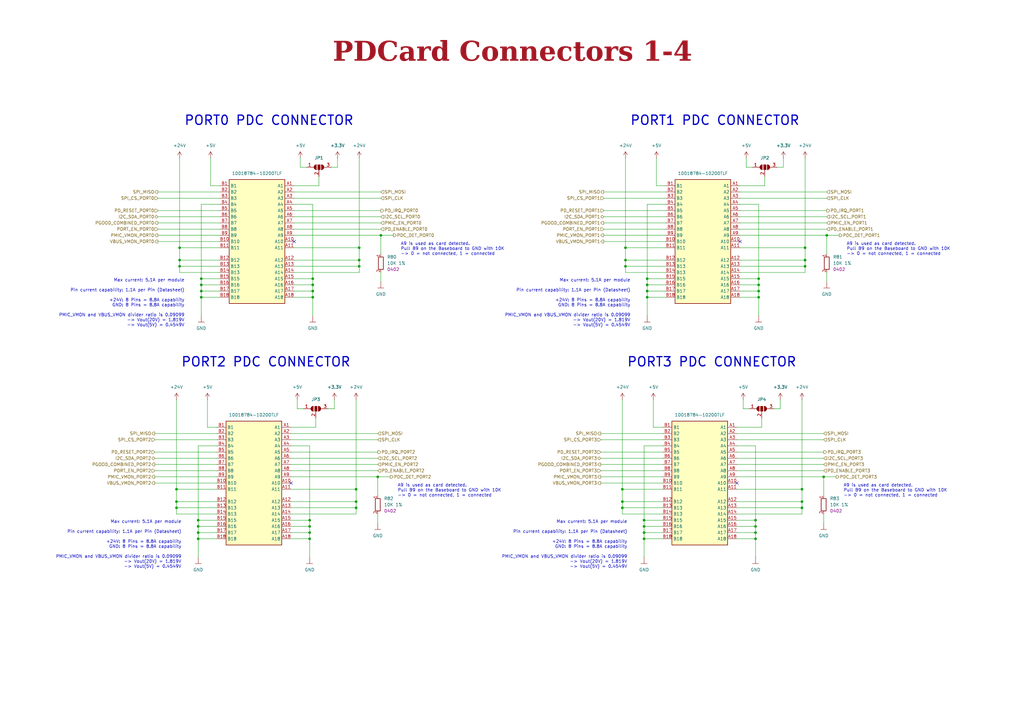
<source format=kicad_sch>
(kicad_sch (version 20250114) (generator "eeschema") (generator_version "9.0")
  (paper "A3")
  (title_block (title "PDCard Connectors 1-4") (date "2026-02-05") (rev "1.0.0") (company "DvidMakesThings"))
  (lib_symbols
    (symbol "DS_Connector:PCIe 1x Connector" (exclude_from_sim yes) (in_bom no)
      (property "Value" "10018784-10200TLF" (at -1.778 -9.144 0))
      (symbol "PCIe 1x Connector_0_1"
        (rectangle (start -3.81 43.18) (end 19.05 -7.62) (stroke (width 0.254)) (fill (type background)))
      )
      (symbol "PCIe 1x Connector_1_1"
        (pin passive line (at -7.62 40.64 0) (length 3.81) (name "B1") (number "B1"))
        (pin passive line (at -7.62 38.1 0) (length 3.81) (name "B2") (number "B2"))
        (pin passive line (at -7.62 35.56 0) (length 3.81) (name "B3") (number "B3"))
        (pin passive line (at -7.62 33.02 0) (length 3.81) (name "B4") (number "B4"))
        (pin passive line (at -7.62 30.48 0) (length 3.81) (name "B5") (number "B5"))
        (pin passive line (at -7.62 27.94 0) (length 3.81) (name "B6") (number "B6"))
        (pin passive line (at -7.62 25.4 0) (length 3.81) (name "B7") (number "B7"))
        (pin passive line (at -7.62 22.86 0) (length 3.81) (name "B8") (number "B8"))
        (pin passive line (at -7.62 20.32 0) (length 3.81) (name "B9") (number "B9"))
        (pin passive line (at -7.62 17.78 0) (length 3.81) (name "B10") (number "B10"))
        (pin passive line (at -7.62 15.24 0) (length 3.81) (name "B11") (number "B11"))
        (pin passive line (at -7.62 10.16 0) (length 3.81) (name "B12") (number "B12"))
        (pin passive line (at -7.62 7.62 0) (length 3.81) (name "B13") (number "B13"))
        (pin passive line (at -7.62 5.08 0) (length 3.81) (name "B13") (number "B14"))
        (pin passive line (at -7.62 2.54 0) (length 3.81) (name "B15") (number "B15"))
        (pin passive line (at -7.62 0 0) (length 3.81) (name "B16") (number "B16"))
        (pin passive line (at -7.62 -2.54 0) (length 3.81) (name "B17") (number "B17"))
        (pin passive line (at -7.62 -5.08 0) (length 3.81) (name "B18") (number "B18"))
        (pin passive line (at 22.86 40.64 180) (length 3.81) (name "A1") (number "A1"))
        (pin passive line (at 22.86 38.1 180) (length 3.81) (name "A2") (number "A2"))
        (pin passive line (at 22.86 35.56 180) (length 3.81) (name "A3") (number "A3"))
        (pin passive line (at 22.86 33.02 180) (length 3.81) (name "A4") (number "A4"))
        (pin passive line (at 22.86 30.48 180) (length 3.81) (name "A5") (number "A5"))
        (pin passive line (at 22.86 27.94 180) (length 3.81) (name "A6") (number "A6"))
        (pin passive line (at 22.86 25.4 180) (length 3.81) (name "A7") (number "A7"))
        (pin passive line (at 22.86 22.86 180) (length 3.81) (name "A8") (number "A8"))
        (pin passive line (at 22.86 20.32 180) (length 3.81) (name "A9") (number "A9"))
        (pin passive line (at 22.86 17.78 180) (length 3.81) (name "A10") (number "A10"))
        (pin passive line (at 22.86 15.24 180) (length 3.81) (name "A11") (number "A11"))
        (pin passive line (at 22.86 10.16 180) (length 3.81) (name "A12") (number "A12"))
        (pin passive line (at 22.86 7.62 180) (length 3.81) (name "A13") (number "A13"))
        (pin passive line (at 22.86 5.08 180) (length 3.81) (name "A14") (number "A14"))
        (pin passive line (at 22.86 2.54 180) (length 3.81) (name "A15") (number "A15"))
        (pin passive line (at 22.86 0 180) (length 3.81) (name "A16") (number "A16"))
        (pin passive line (at 22.86 -2.54 180) (length 3.81) (name "A17") (number "A17"))
        (pin passive line (at 22.86 -5.08 180) (length 3.81) (name "A18") (number "A18"))
      )
    )
    (symbol "DS_Resistor_0402:10K 1% 0402"
      (property "Reference" "R" (at 2.032 2.032 0))
      (property "Value" "10K 1%" (at 2.032 0 0))
      (property "FOOTPRINT_SHORT" "0402" (at 2.032 -2.032 0))
      (symbol "10K 1% 0402_0_1"
        (rectangle (start -1.016 2.54) (end 1.016 -2.54) (stroke (width 0.254)))
      )
      (symbol "10K 1% 0402_1_1"
        (pin passive line (at 0 3.81 270) (length 1.27) (name "~") (number "1"))
        (pin passive line (at 0 -3.81 90) (length 1.27) (name "~") (number "2"))
      )
    )
    (symbol "DS_Supply:GND" (power) (pin_numbers (hide yes)) (pin_names (offset 0) (hide yes))
      (property "Value" "GND" (at 0 -3.81 0))
      (symbol "GND_0_1"
        (polyline (pts (xy 0 0) (xy 0 -2.54) (xy 1.27 -2.54) (xy 0 -2.54) (xy -1.27 -2.54) (xy 0 -2.54)))
      )
      (symbol "GND_1_1"
        (pin power_in line (at 0 0 270) (length 0) (name "~") (number "1"))
      )
    )
    (symbol "Jumper:SolderJumper_3_Open" (pin_names (offset 0) (hide yes)) (in_bom no)
      (property "Reference" "JP" (at -2.54 -2.54 0))
      (property "Value" "SolderJumper_3_Open" (at 0 2.794 0))
      (symbol "SolderJumper_3_Open_0_1"
        (polyline (pts (xy -2.54 0) (xy -2.032 0)))
        (polyline (pts (xy -1.016 1.016) (xy -1.016 -1.016)))
        (arc (start -1.016 -1.016) (mid -2.0276 0) (end -1.016 1.016))
        (arc (start -1.016 -1.016) (mid -2.0276 0) (end -1.016 1.016) (fill (type outline)))
        (rectangle (start -0.508 1.016) (end 0.508 -1.016) (fill (type outline)))
        (polyline (pts (xy 0 -1.27) (xy 0 -1.016)))
        (arc (start 1.016 1.016) (mid 2.0276 0) (end 1.016 -1.016))
        (arc (start 1.016 1.016) (mid 2.0276 0) (end 1.016 -1.016) (fill (type outline)))
        (polyline (pts (xy 1.016 1.016) (xy 1.016 -1.016)))
        (polyline (pts (xy 2.54 0) (xy 2.032 0)))
      )
      (symbol "SolderJumper_3_Open_1_1"
        (pin passive line (at -5.08 0 0) (length 2.54) (name "A") (number "1"))
        (pin passive line (at 0 -3.81 90) (length 2.54) (name "C") (number "2"))
        (pin passive line (at 5.08 0 180) (length 2.54) (name "B") (number "3"))
      )
    )
    (symbol "power:+24V" (power) (pin_numbers (hide yes)) (pin_names (offset 0) (hide yes))
      (property "Value" "+24V" (at 0 3.556 0))
      (symbol "+24V_0_1"
        (polyline (pts (xy -0.762 1.27) (xy 0 2.54)))
        (polyline (pts (xy 0 2.54) (xy 0.762 1.27)))
        (polyline (pts (xy 0 0) (xy 0 2.54)))
      )
      (symbol "+24V_1_1"
        (pin power_in line (at 0 0 90) (length 0) (name "~") (number "1"))
      )
    )
    (symbol "power:+3.3V" (power) (pin_numbers (hide yes)) (pin_names (offset 0) (hide yes))
      (property "Value" "+3.3V" (at 0 3.556 0))
      (symbol "+3.3V_0_1"
        (polyline (pts (xy -0.762 1.27) (xy 0 2.54)))
        (polyline (pts (xy 0 2.54) (xy 0.762 1.27)))
        (polyline (pts (xy 0 0) (xy 0 2.54)))
      )
      (symbol "+3.3V_1_1"
        (pin power_in line (at 0 0 90) (length 0) (name "~") (number "1"))
      )
    )
    (symbol "power:+5V" (power) (pin_numbers (hide yes)) (pin_names (offset 0) (hide yes))
      (property "Value" "+5V" (at 0 3.556 0))
      (symbol "+5V_0_1"
        (polyline (pts (xy -0.762 1.27) (xy 0 2.54)))
        (polyline (pts (xy 0 2.54) (xy 0.762 1.27)))
        (polyline (pts (xy 0 0) (xy 0 2.54)))
      )
      (symbol "+5V_1_1"
        (pin power_in line (at 0 0 90) (length 0) (name "~") (number "1"))
      )
    )
  )
  (text "A9 is used as card detected.\nPull B9 on the Baseboard to GND with 10K\n-> 0 = not connected, 1 = connected" (at 163.068 201.168 0) (effects (font (size 1.27 1.27)) (justify left)))
  (text "Max current: 5.1A per module\n\nPin current capability: 1.1A per Pin (Datasheet)\n\n+24V: 8 Pins = 8.8A capability\nGND: 8 Pins = 8.8A capability\n\nPMIC_VMON and VBUS_VMON divider ratio is 0.09099\n-> Vout(20V) = 1.819V\n-> Vout(5V) = 0.4549V" (at 75.692 124.206 0) (effects (font (size 1.27 1.27)) (justify right)))
  (text "PORT1 PDC CONNECTOR" (at 258.318 49.53 0) (effects (font (size 3.81 3.81) (thickness 0.508) (bold yes)) (justify left)))
  (text "A9 is used as card detected.\nPull B9 on the Baseboard to GND with 10K\n-> 0 = not connected, 1 = connected" (at 345.948 201.168 0) (effects (font (size 1.27 1.27)) (justify left)))
  (text "PORT3 PDC CONNECTOR" (at 257.048 148.59 0) (effects (font (size 3.81 3.81) (thickness 0.508) (bold yes)) (justify left)))
  (text "Max current: 5.1A per module\n\nPin current capability: 1.1A per Pin (Datasheet)\n\n+24V: 8 Pins = 8.8A capability\nGND: 8 Pins = 8.8A capability\n\nPMIC_VMON and VBUS_VMON divider ratio is 0.09099\n-> Vout(20V) = 1.819V\n-> Vout(5V) = 0.4549V" (at 258.572 124.206 0) (effects (font (size 1.27 1.27)) (justify right)))
  (text "A9 is used as card detected.\nPull B9 on the Baseboard to GND with 10K\n-> 0 = not connected, 1 = connected" (at 347.218 102.108 0) (effects (font (size 1.27 1.27)) (justify left)))
  (text "PORT0 PDC CONNECTOR" (at 75.438 49.53 0) (effects (font (size 3.81 3.81) (thickness 0.508) (bold yes)) (justify left)))
  (text "A9 is used as card detected.\nPull B9 on the Baseboard to GND with 10K\n-> 0 = not connected, 1 = connected" (at 164.338 102.108 0) (effects (font (size 1.27 1.27)) (justify left)))
  (text "PORT2 PDC CONNECTOR" (at 74.168 148.59 0) (effects (font (size 3.81 3.81) (thickness 0.508) (bold yes)) (justify left)))
  (text "Max current: 5.1A per module\n\nPin current capability: 1.1A per Pin (Datasheet)\n\n+24V: 8 Pins = 8.8A capability\nGND: 8 Pins = 8.8A capability\n\nPMIC_VMON and VBUS_VMON divider ratio is 0.09099\n-> Vout(20V) = 1.819V\n-> Vout(5V) = 0.4549V" (at 257.302 223.266 0) (effects (font (size 1.27 1.27)) (justify right)))
  (text "Max current: 5.1A per module\n\nPin current capability: 1.1A per Pin (Datasheet)\n\n+24V: 8 Pins = 8.8A capability\nGND: 8 Pins = 8.8A capability\n\nPMIC_VMON and VBUS_VMON divider ratio is 0.09099\n-> Vout(20V) = 1.819V\n-> Vout(5V) = 0.4549V" (at 74.422 223.266 0) (effects (font (size 1.27 1.27)) (justify right)))
  (text_box "PDCard Connectors 1-4" (at 12.7 15.24 0) (size 394.97 12.7) (margins 5.9999 5.9999 5.9999 5.9999) (stroke (width -0.0001)) (effects (font (size 8 8) (thickness 1.2) (bold yes))))
  (junction (at 328.93 208.28))
  (junction (at 311.15 121.92))
  (junction (at 82.55 116.84))
  (junction (at 73.66 101.6))
  (junction (at 255.27 208.28))
  (junction (at 154.94 195.58))
  (junction (at 309.88 218.44))
  (junction (at 265.43 121.92))
  (junction (at 256.54 109.22))
  (junction (at 256.54 106.68))
  (junction (at 264.16 220.98))
  (junction (at 311.15 119.38))
  (junction (at 311.15 114.3))
  (junction (at 256.54 101.6))
  (junction (at 147.32 106.68))
  (junction (at 72.39 205.74))
  (junction (at 127 218.44))
  (junction (at 309.88 215.9))
  (junction (at 146.05 205.74))
  (junction (at 81.28 218.44))
  (junction (at 147.32 109.22))
  (junction (at 82.55 114.3))
  (junction (at 311.15 116.84))
  (junction (at 330.2 101.6))
  (junction (at 264.16 218.44))
  (junction (at 72.39 208.28))
  (junction (at 82.55 121.92))
  (junction (at 147.32 101.6))
  (junction (at 265.43 119.38))
  (junction (at 82.55 119.38))
  (junction (at 339.09 96.52))
  (junction (at 309.88 213.36))
  (junction (at 255.27 205.74))
  (junction (at 146.05 200.66))
  (junction (at 146.05 208.28))
  (junction (at 328.93 205.74))
  (junction (at 81.28 220.98))
  (junction (at 73.66 106.68))
  (junction (at 128.27 121.92))
  (junction (at 255.27 200.66))
  (junction (at 128.27 119.38))
  (junction (at 330.2 109.22))
  (junction (at 127 215.9))
  (junction (at 337.82 195.58))
  (junction (at 265.43 116.84))
  (junction (at 73.66 109.22))
  (junction (at 328.93 200.66))
  (junction (at 128.27 116.84))
  (junction (at 330.2 106.68))
  (junction (at 264.16 213.36))
  (junction (at 72.39 200.66))
  (junction (at 264.16 215.9))
  (junction (at 309.88 220.98))
  (junction (at 128.27 114.3))
  (junction (at 127 213.36))
  (junction (at 265.43 114.3))
  (junction (at 81.28 215.9))
  (junction (at 156.21 96.52))
  (junction (at 81.28 213.36))
  (junction (at 127 220.98))
  (no_connect (at 302.26 198.12))
  (no_connect (at 119.38 198.12))
  (no_connect (at 303.53 99.06))
  (no_connect (at 120.65 99.06))
  (wire (pts (xy 328.93 208.28) (xy 328.93 210.82)))
  (wire (pts (xy 246.38 198.12) (xy 271.78 198.12)))
  (wire (pts (xy 154.94 214.63) (xy 154.94 210.82)))
  (wire (pts (xy 64.77 88.9) (xy 90.17 88.9)))
  (wire (pts (xy 247.65 81.28) (xy 273.05 81.28)))
  (wire (pts (xy 81.28 213.36) (xy 81.28 215.9)))
  (wire (pts (xy 121.92 167.64) (xy 124.46 167.64)))
  (wire (pts (xy 303.53 88.9) (xy 339.09 88.9)))
  (wire (pts (xy 246.38 180.34) (xy 271.78 180.34)))
  (wire (pts (xy 156.21 115.57) (xy 156.21 111.76)))
  (wire (pts (xy 119.38 220.98) (xy 127 220.98)))
  (wire (pts (xy 337.82 214.63) (xy 337.82 210.82)))
  (wire (pts (xy 264.16 215.9) (xy 271.78 215.9)))
  (wire (pts (xy 309.88 182.88) (xy 309.88 213.36)))
  (wire (pts (xy 302.26 190.5) (xy 337.82 190.5)))
  (wire (pts (xy 302.26 210.82) (xy 328.93 210.82)))
  (wire (pts (xy 311.15 121.92) (xy 311.15 129.54)))
  (wire (pts (xy 137.16 163.83) (xy 137.16 167.64)))
  (wire (pts (xy 265.43 83.82) (xy 265.43 114.3)))
  (wire (pts (xy 90.17 111.76) (xy 73.66 111.76)))
  (wire (pts (xy 247.65 99.06) (xy 273.05 99.06)))
  (wire (pts (xy 82.55 114.3) (xy 82.55 116.84)))
  (wire (pts (xy 265.43 119.38) (xy 273.05 119.38)))
  (wire (pts (xy 119.38 218.44) (xy 127 218.44)))
  (wire (pts (xy 147.32 106.68) (xy 147.32 109.22)))
  (wire (pts (xy 81.28 218.44) (xy 81.28 220.98)))
  (wire (pts (xy 120.65 81.28) (xy 156.21 81.28)))
  (wire (pts (xy 63.5 195.58) (xy 88.9 195.58)))
  (wire (pts (xy 81.28 220.98) (xy 88.9 220.98)))
  (wire (pts (xy 309.88 215.9) (xy 309.88 218.44)))
  (wire (pts (xy 267.97 163.83) (xy 267.97 175.26)))
  (wire (pts (xy 120.65 116.84) (xy 128.27 116.84)))
  (wire (pts (xy 81.28 215.9) (xy 81.28 218.44)))
  (wire (pts (xy 147.32 106.68) (xy 147.32 101.6)))
  (wire (pts (xy 273.05 114.3) (xy 265.43 114.3)))
  (wire (pts (xy 247.65 86.36) (xy 273.05 86.36)))
  (wire (pts (xy 72.39 210.82) (xy 72.39 208.28)))
  (wire (pts (xy 120.65 121.92) (xy 128.27 121.92)))
  (wire (pts (xy 63.5 185.42) (xy 88.9 185.42)))
  (wire (pts (xy 138.43 64.77) (xy 138.43 68.58)))
  (wire (pts (xy 88.9 210.82) (xy 72.39 210.82)))
  (wire (pts (xy 271.78 208.28) (xy 255.27 208.28)))
  (wire (pts (xy 273.05 109.22) (xy 256.54 109.22)))
  (wire (pts (xy 264.16 182.88) (xy 264.16 213.36)))
  (wire (pts (xy 82.55 116.84) (xy 82.55 119.38)))
  (wire (pts (xy 330.2 101.6) (xy 330.2 64.77)))
  (wire (pts (xy 88.9 205.74) (xy 72.39 205.74)))
  (wire (pts (xy 302.26 215.9) (xy 309.88 215.9)))
  (wire (pts (xy 302.26 200.66) (xy 328.93 200.66)))
  (wire (pts (xy 273.05 83.82) (xy 265.43 83.82)))
  (wire (pts (xy 303.53 91.44) (xy 339.09 91.44)))
  (wire (pts (xy 320.04 163.83) (xy 320.04 167.64)))
  (wire (pts (xy 120.65 76.2) (xy 130.81 76.2)))
  (wire (pts (xy 120.65 109.22) (xy 147.32 109.22)))
  (wire (pts (xy 311.15 116.84) (xy 311.15 119.38)))
  (wire (pts (xy 73.66 101.6) (xy 73.66 106.68)))
  (wire (pts (xy 303.53 93.98) (xy 339.09 93.98)))
  (wire (pts (xy 247.65 88.9) (xy 273.05 88.9)))
  (wire (pts (xy 309.88 220.98) (xy 309.88 228.6)))
  (wire (pts (xy 128.27 114.3) (xy 128.27 116.84)))
  (wire (pts (xy 127 182.88) (xy 127 213.36)))
  (wire (pts (xy 134.62 167.64) (xy 137.16 167.64)))
  (wire (pts (xy 64.77 91.44) (xy 90.17 91.44)))
  (wire (pts (xy 264.16 220.98) (xy 264.16 228.6)))
  (wire (pts (xy 120.65 111.76) (xy 147.32 111.76)))
  (wire (pts (xy 90.17 106.68) (xy 73.66 106.68)))
  (wire (pts (xy 302.26 220.98) (xy 309.88 220.98)))
  (wire (pts (xy 303.53 96.52) (xy 339.09 96.52)))
  (wire (pts (xy 154.94 195.58) (xy 154.94 203.2)))
  (wire (pts (xy 119.38 195.58) (xy 154.94 195.58)))
  (wire (pts (xy 330.2 109.22) (xy 330.2 111.76)))
  (wire (pts (xy 255.27 210.82) (xy 255.27 208.28)))
  (wire (pts (xy 90.17 109.22) (xy 73.66 109.22)))
  (wire (pts (xy 303.53 106.68) (xy 330.2 106.68)))
  (wire (pts (xy 123.19 64.77) (xy 123.19 68.58)))
  (wire (pts (xy 302.26 177.8) (xy 337.82 177.8)))
  (wire (pts (xy 302.26 218.44) (xy 309.88 218.44)))
  (wire (pts (xy 86.36 64.77) (xy 86.36 76.2)))
  (wire (pts (xy 120.65 86.36) (xy 156.21 86.36)))
  (wire (pts (xy 265.43 121.92) (xy 273.05 121.92)))
  (wire (pts (xy 120.65 93.98) (xy 156.21 93.98)))
  (wire (pts (xy 119.38 177.8) (xy 154.94 177.8)))
  (wire (pts (xy 264.16 218.44) (xy 271.78 218.44)))
  (wire (pts (xy 119.38 175.26) (xy 129.54 175.26)))
  (wire (pts (xy 328.93 205.74) (xy 328.93 200.66)))
  (wire (pts (xy 246.38 193.04) (xy 271.78 193.04)))
  (wire (pts (xy 247.65 91.44) (xy 273.05 91.44)))
  (wire (pts (xy 265.43 114.3) (xy 265.43 116.84)))
  (wire (pts (xy 271.78 205.74) (xy 255.27 205.74)))
  (wire (pts (xy 120.65 106.68) (xy 147.32 106.68)))
  (wire (pts (xy 302.26 180.34) (xy 337.82 180.34)))
  (wire (pts (xy 302.26 185.42) (xy 337.82 185.42)))
  (wire (pts (xy 72.39 200.66) (xy 88.9 200.66)))
  (wire (pts (xy 269.24 64.77) (xy 269.24 76.2)))
  (wire (pts (xy 302.26 187.96) (xy 337.82 187.96)))
  (wire (pts (xy 147.32 109.22) (xy 147.32 111.76)))
  (wire (pts (xy 120.65 101.6) (xy 147.32 101.6)))
  (wire (pts (xy 63.5 180.34) (xy 88.9 180.34)))
  (wire (pts (xy 302.26 205.74) (xy 328.93 205.74)))
  (wire (pts (xy 120.65 114.3) (xy 128.27 114.3)))
  (wire (pts (xy 63.5 193.04) (xy 88.9 193.04)))
  (wire (pts (xy 119.38 182.88) (xy 127 182.88)))
  (wire (pts (xy 303.53 111.76) (xy 330.2 111.76)))
  (wire (pts (xy 256.54 64.77) (xy 256.54 101.6)))
  (wire (pts (xy 264.16 220.98) (xy 271.78 220.98)))
  (wire (pts (xy 88.9 208.28) (xy 72.39 208.28)))
  (wire (pts (xy 128.27 121.92) (xy 128.27 129.54)))
  (wire (pts (xy 156.21 96.52) (xy 161.29 96.52)))
  (wire (pts (xy 81.28 215.9) (xy 88.9 215.9)))
  (wire (pts (xy 127 213.36) (xy 127 215.9)))
  (wire (pts (xy 246.38 177.8) (xy 271.78 177.8)))
  (wire (pts (xy 120.65 83.82) (xy 128.27 83.82)))
  (wire (pts (xy 128.27 83.82) (xy 128.27 114.3)))
  (wire (pts (xy 246.38 195.58) (xy 271.78 195.58)))
  (wire (pts (xy 328.93 205.74) (xy 328.93 208.28)))
  (wire (pts (xy 119.38 208.28) (xy 146.05 208.28)))
  (wire (pts (xy 304.8 167.64) (xy 307.34 167.64)))
  (wire (pts (xy 119.38 200.66) (xy 146.05 200.66)))
  (wire (pts (xy 85.09 163.83) (xy 85.09 175.26)))
  (wire (pts (xy 247.65 78.74) (xy 273.05 78.74)))
  (wire (pts (xy 311.15 119.38) (xy 311.15 121.92)))
  (wire (pts (xy 339.09 115.57) (xy 339.09 111.76)))
  (wire (pts (xy 303.53 86.36) (xy 339.09 86.36)))
  (wire (pts (xy 123.19 68.58) (xy 125.73 68.58)))
  (wire (pts (xy 128.27 119.38) (xy 128.27 121.92)))
  (wire (pts (xy 73.66 109.22) (xy 73.66 106.68)))
  (wire (pts (xy 246.38 190.5) (xy 271.78 190.5)))
  (wire (pts (xy 265.43 119.38) (xy 265.43 121.92)))
  (wire (pts (xy 90.17 83.82) (xy 82.55 83.82)))
  (wire (pts (xy 302.26 193.04) (xy 337.82 193.04)))
  (wire (pts (xy 312.42 175.26) (xy 312.42 171.45)))
  (wire (pts (xy 121.92 163.83) (xy 121.92 167.64)))
  (wire (pts (xy 82.55 83.82) (xy 82.55 114.3)))
  (wire (pts (xy 303.53 114.3) (xy 311.15 114.3)))
  (wire (pts (xy 271.78 213.36) (xy 264.16 213.36)))
  (wire (pts (xy 129.54 175.26) (xy 129.54 171.45)))
  (wire (pts (xy 302.26 213.36) (xy 309.88 213.36)))
  (wire (pts (xy 255.27 200.66) (xy 271.78 200.66)))
  (wire (pts (xy 321.31 64.77) (xy 321.31 68.58)))
  (wire (pts (xy 135.89 68.58) (xy 138.43 68.58)))
  (wire (pts (xy 90.17 76.2) (xy 86.36 76.2)))
  (wire (pts (xy 88.9 175.26) (xy 85.09 175.26)))
  (wire (pts (xy 309.88 218.44) (xy 309.88 220.98)))
  (wire (pts (xy 72.39 163.83) (xy 72.39 200.66)))
  (wire (pts (xy 127 215.9) (xy 127 218.44)))
  (wire (pts (xy 304.8 163.83) (xy 304.8 167.64)))
  (wire (pts (xy 265.43 121.92) (xy 265.43 129.54)))
  (wire (pts (xy 63.5 177.8) (xy 88.9 177.8)))
  (wire (pts (xy 246.38 185.42) (xy 271.78 185.42)))
  (wire (pts (xy 303.53 81.28) (xy 339.09 81.28)))
  (wire (pts (xy 90.17 114.3) (xy 82.55 114.3)))
  (wire (pts (xy 264.16 213.36) (xy 264.16 215.9)))
  (wire (pts (xy 303.53 76.2) (xy 313.69 76.2)))
  (wire (pts (xy 120.65 91.44) (xy 156.21 91.44)))
  (wire (pts (xy 64.77 99.06) (xy 90.17 99.06)))
  (wire (pts (xy 317.5 167.64) (xy 320.04 167.64)))
  (wire (pts (xy 127 220.98) (xy 127 228.6)))
  (wire (pts (xy 63.5 187.96) (xy 88.9 187.96)))
  (wire (pts (xy 72.39 208.28) (xy 72.39 205.74)))
  (wire (pts (xy 306.07 68.58) (xy 308.61 68.58)))
  (wire (pts (xy 246.38 187.96) (xy 271.78 187.96)))
  (wire (pts (xy 82.55 119.38) (xy 90.17 119.38)))
  (wire (pts (xy 255.27 163.83) (xy 255.27 200.66)))
  (wire (pts (xy 302.26 195.58) (xy 337.82 195.58)))
  (wire (pts (xy 64.77 93.98) (xy 90.17 93.98)))
  (wire (pts (xy 256.54 101.6) (xy 256.54 106.68)))
  (wire (pts (xy 154.94 195.58) (xy 160.02 195.58)))
  (wire (pts (xy 64.77 86.36) (xy 90.17 86.36)))
  (wire (pts (xy 120.65 96.52) (xy 156.21 96.52)))
  (wire (pts (xy 119.38 205.74) (xy 146.05 205.74)))
  (wire (pts (xy 81.28 218.44) (xy 88.9 218.44)))
  (wire (pts (xy 306.07 64.77) (xy 306.07 68.58)))
  (wire (pts (xy 63.5 198.12) (xy 88.9 198.12)))
  (wire (pts (xy 156.21 96.52) (xy 156.21 104.14)))
  (wire (pts (xy 339.09 96.52) (xy 339.09 104.14)))
  (wire (pts (xy 264.16 218.44) (xy 264.16 220.98)))
  (wire (pts (xy 313.69 76.2) (xy 313.69 72.39)))
  (wire (pts (xy 119.38 187.96) (xy 154.94 187.96)))
  (wire (pts (xy 119.38 190.5) (xy 154.94 190.5)))
  (wire (pts (xy 303.53 119.38) (xy 311.15 119.38)))
  (wire (pts (xy 339.09 96.52) (xy 344.17 96.52)))
  (wire (pts (xy 302.26 182.88) (xy 309.88 182.88)))
  (wire (pts (xy 328.93 200.66) (xy 328.93 163.83)))
  (wire (pts (xy 73.66 101.6) (xy 90.17 101.6)))
  (wire (pts (xy 302.26 175.26) (xy 312.42 175.26)))
  (wire (pts (xy 146.05 205.74) (xy 146.05 208.28)))
  (wire (pts (xy 303.53 116.84) (xy 311.15 116.84)))
  (wire (pts (xy 303.53 121.92) (xy 311.15 121.92)))
  (wire (pts (xy 303.53 78.74) (xy 339.09 78.74)))
  (wire (pts (xy 88.9 213.36) (xy 81.28 213.36)))
  (wire (pts (xy 146.05 205.74) (xy 146.05 200.66)))
  (wire (pts (xy 337.82 195.58) (xy 337.82 203.2)))
  (wire (pts (xy 119.38 193.04) (xy 154.94 193.04)))
  (wire (pts (xy 72.39 200.66) (xy 72.39 205.74)))
  (wire (pts (xy 330.2 106.68) (xy 330.2 109.22)))
  (wire (pts (xy 119.38 215.9) (xy 127 215.9)))
  (wire (pts (xy 73.66 64.77) (xy 73.66 101.6)))
  (wire (pts (xy 63.5 190.5) (xy 88.9 190.5)))
  (wire (pts (xy 146.05 200.66) (xy 146.05 163.83)))
  (wire (pts (xy 255.27 200.66) (xy 255.27 205.74)))
  (wire (pts (xy 256.54 109.22) (xy 256.54 106.68)))
  (wire (pts (xy 119.38 180.34) (xy 154.94 180.34)))
  (wire (pts (xy 265.43 116.84) (xy 265.43 119.38)))
  (wire (pts (xy 88.9 182.88) (xy 81.28 182.88)))
  (wire (pts (xy 64.77 78.74) (xy 90.17 78.74)))
  (wire (pts (xy 303.53 83.82) (xy 311.15 83.82)))
  (wire (pts (xy 82.55 119.38) (xy 82.55 121.92)))
  (wire (pts (xy 318.77 68.58) (xy 321.31 68.58)))
  (wire (pts (xy 256.54 101.6) (xy 273.05 101.6)))
  (wire (pts (xy 273.05 111.76) (xy 256.54 111.76)))
  (wire (pts (xy 119.38 210.82) (xy 146.05 210.82)))
  (wire (pts (xy 309.88 213.36) (xy 309.88 215.9)))
  (wire (pts (xy 119.38 213.36) (xy 127 213.36)))
  (wire (pts (xy 127 218.44) (xy 127 220.98)))
  (wire (pts (xy 247.65 96.52) (xy 273.05 96.52)))
  (wire (pts (xy 128.27 116.84) (xy 128.27 119.38)))
  (wire (pts (xy 64.77 96.52) (xy 90.17 96.52)))
  (wire (pts (xy 311.15 114.3) (xy 311.15 116.84)))
  (wire (pts (xy 255.27 208.28) (xy 255.27 205.74)))
  (wire (pts (xy 265.43 116.84) (xy 273.05 116.84)))
  (wire (pts (xy 81.28 220.98) (xy 81.28 228.6)))
  (wire (pts (xy 64.77 81.28) (xy 90.17 81.28)))
  (wire (pts (xy 302.26 208.28) (xy 328.93 208.28)))
  (wire (pts (xy 264.16 215.9) (xy 264.16 218.44)))
  (wire (pts (xy 82.55 116.84) (xy 90.17 116.84)))
  (wire (pts (xy 311.15 83.82) (xy 311.15 114.3)))
  (wire (pts (xy 130.81 76.2) (xy 130.81 72.39)))
  (wire (pts (xy 271.78 182.88) (xy 264.16 182.88)))
  (wire (pts (xy 273.05 76.2) (xy 269.24 76.2)))
  (wire (pts (xy 146.05 208.28) (xy 146.05 210.82)))
  (wire (pts (xy 303.53 109.22) (xy 330.2 109.22)))
  (wire (pts (xy 120.65 78.74) (xy 156.21 78.74)))
  (wire (pts (xy 271.78 210.82) (xy 255.27 210.82)))
  (wire (pts (xy 247.65 93.98) (xy 273.05 93.98)))
  (wire (pts (xy 120.65 119.38) (xy 128.27 119.38)))
  (wire (pts (xy 81.28 182.88) (xy 81.28 213.36)))
  (wire (pts (xy 303.53 101.6) (xy 330.2 101.6)))
  (wire (pts (xy 273.05 106.68) (xy 256.54 106.68)))
  (wire (pts (xy 147.32 101.6) (xy 147.32 64.77)))
  (wire (pts (xy 120.65 88.9) (xy 156.21 88.9)))
  (wire (pts (xy 337.82 195.58) (xy 342.9 195.58)))
  (wire (pts (xy 256.54 111.76) (xy 256.54 109.22)))
  (wire (pts (xy 82.55 121.92) (xy 82.55 129.54)))
  (wire (pts (xy 82.55 121.92) (xy 90.17 121.92)))
  (wire (pts (xy 330.2 106.68) (xy 330.2 101.6)))
  (wire (pts (xy 119.38 185.42) (xy 154.94 185.42)))
  (wire (pts (xy 73.66 111.76) (xy 73.66 109.22)))
  (wire (pts (xy 271.78 175.26) (xy 267.97 175.26)))
  (hierarchical_label "SPI_MOSI" (shape input) (at 154.94 177.8 0))
  (hierarchical_label "PD_IRQ_PORT0" (shape output) (at 156.21 86.36 0))
  (hierarchical_label "SPI_MISO" (shape output) (at 64.77 78.74 180))
  (hierarchical_label "PD_RESET_PORT1" (shape input) (at 247.65 86.36 180))
  (hierarchical_label "PD_IRQ_PORT3" (shape output) (at 337.82 185.42 0))
  (hierarchical_label "I2C_SCL_PORT3" (shape input) (at 337.82 187.96 0))
  (hierarchical_label "SPI_CS_PORT1" (shape input) (at 247.65 81.28 180))
  (hierarchical_label "SPI_CS_PORT2" (shape input) (at 63.5 180.34 180))
  (hierarchical_label "SPI_MISO" (shape output) (at 246.38 177.8 180))
  (hierarchical_label "PD_ENABLE_PORT0" (shape input) (at 156.21 93.98 0))
  (hierarchical_label "PMIC_VMON_PORT3" (shape output) (at 246.38 195.58 180))
  (hierarchical_label "PGOOD_COMBINED_PORT0" (shape output) (at 64.77 91.44 180))
  (hierarchical_label "SPI_CS_PORT0" (shape input) (at 64.77 81.28 180))
  (hierarchical_label "PMIC_EN_PORT3" (shape input) (at 337.82 190.5 0))
  (hierarchical_label "PORT_EN_PORT3" (shape input) (at 246.38 193.04 180))
  (hierarchical_label "PD_IRQ_PORT1" (shape output) (at 339.09 86.36 0))
  (hierarchical_label "PDC_DET_PORT2" (shape output) (at 160.02 195.58 0))
  (hierarchical_label "PDC_DET_PORT3" (shape output) (at 342.9 195.58 0))
  (hierarchical_label "PD_RESET_PORT0" (shape input) (at 64.77 86.36 180))
  (hierarchical_label "VBUS_VMON_PORT2" (shape output) (at 63.5 198.12 180))
  (hierarchical_label "I2C_SDA_PORT2" (shape bidirectional) (at 63.5 187.96 180))
  (hierarchical_label "VBUS_VMON_PORT3" (shape output) (at 246.38 198.12 180))
  (hierarchical_label "PD_IRQ_PORT2" (shape output) (at 154.94 185.42 0))
  (hierarchical_label "SPI_MISO" (shape output) (at 247.65 78.74 180))
  (hierarchical_label "I2C_SCL_PORT1" (shape input) (at 339.09 88.9 0))
  (hierarchical_label "PMIC_VMON_PORT2" (shape output) (at 63.5 195.58 180))
  (hierarchical_label "SPI_CLK" (shape input) (at 154.94 180.34 0))
  (hierarchical_label "PORT_EN_PORT1" (shape input) (at 247.65 93.98 180))
  (hierarchical_label "SPI_CLK" (shape input) (at 339.09 81.28 0))
  (hierarchical_label "SPI_CLK" (shape input) (at 156.21 81.28 0))
  (hierarchical_label "PORT_EN_PORT2" (shape input) (at 63.5 193.04 180))
  (hierarchical_label "PORT_EN_PORT0" (shape input) (at 64.77 93.98 180))
  (hierarchical_label "PMIC_VMON_PORT1" (shape output) (at 247.65 96.52 180))
  (hierarchical_label "I2C_SCL_PORT2" (shape input) (at 154.94 187.96 0))
  (hierarchical_label "PD_RESET_PORT2" (shape input) (at 63.5 185.42 180))
  (hierarchical_label "I2C_SDA_PORT1" (shape bidirectional) (at 247.65 88.9 180))
  (hierarchical_label "SPI_MISO" (shape output) (at 63.5 177.8 180))
  (hierarchical_label "PMIC_VMON_PORT0" (shape output) (at 64.77 96.52 180))
  (hierarchical_label "SPI_CS_PORT3" (shape input) (at 246.38 180.34 180))
  (hierarchical_label "PMIC_EN_PORT2" (shape input) (at 154.94 190.5 0))
  (hierarchical_label "PGOOD_COMBINED_PORT2" (shape output) (at 63.5 190.5 180))
  (hierarchical_label "PD_RESET_PORT3" (shape input) (at 246.38 185.42 180))
  (hierarchical_label "I2C_SCL_PORT0" (shape input) (at 156.21 88.9 0))
  (hierarchical_label "I2C_SDA_PORT0" (shape bidirectional) (at 64.77 88.9 180))
  (hierarchical_label "PGOOD_COMBINED_PORT1" (shape output) (at 247.65 91.44 180))
  (hierarchical_label "PD_ENABLE_PORT2" (shape input) (at 154.94 193.04 0))
  (hierarchical_label "PMIC_EN_PORT0" (shape input) (at 156.21 91.44 0))
  (hierarchical_label "PD_ENABLE_PORT3" (shape input) (at 337.82 193.04 0))
  (hierarchical_label "PGOOD_COMBINED_PORT3" (shape output) (at 246.38 190.5 180))
  (hierarchical_label "VBUS_VMON_PORT1" (shape output) (at 247.65 99.06 180))
  (hierarchical_label "VBUS_VMON_PORT0" (shape output) (at 64.77 99.06 180))
  (hierarchical_label "PDC_DET_PORT1" (shape output) (at 344.17 96.52 0))
  (hierarchical_label "PDC_DET_PORT0" (shape output) (at 161.29 96.52 0))
  (hierarchical_label "PMIC_EN_PORT1" (shape input) (at 339.09 91.44 0))
  (hierarchical_label "SPI_MOSI" (shape input) (at 337.82 177.8 0))
  (hierarchical_label "SPI_MOSI" (shape input) (at 156.21 78.74 0))
  (hierarchical_label "SPI_MOSI" (shape input) (at 339.09 78.74 0))
  (hierarchical_label "I2C_SDA_PORT3" (shape bidirectional) (at 246.38 187.96 180))
  (hierarchical_label "PD_ENABLE_PORT1" (shape input) (at 339.09 93.98 0))
  (hierarchical_label "SPI_CLK" (shape input) (at 337.82 180.34 0))
  (symbol (lib_id "power:+5V") (at 86.36 64.77 0) (unit 1)
    (property "Reference" "#PWR0136" (effects (hide yes)))
    (property "Value" "+5V" (at 86.36 59.69 0))
    (property "Description" "Power symbol creates a global label with name \"+5V\"" (effects (hide yes)))
  )
  (symbol (lib_id "power:+3.3V") (at 321.31 64.77 0) (unit 1)
    (property "Reference" "#PWR0143" (effects (hide yes)))
    (property "Value" "+3.3V" (at 321.31 59.69 0))
    (property "Description" "Power symbol creates a global label with name \"+3.3V\"" (effects (hide yes)))
  )
  (symbol (lib_id "DS_Resistor_0402:10K 1% 0402") (at 339.09 107.95 0) (unit 1)
    (property "Reference" "R81" (at 341.63 105.4099 0) (effects (justify left)))
    (property "Value" "10K 1%" (at 341.63 107.9499 0) (effects (justify left)))
    (property "Footprint" "Resistor_SMD:R_0402_1005Metric" (effects (hide yes)))
    (property "Description" "62.5mW Thick Film Resistors 50V ±100ppm/℃ ±1% 10kΩ 0402 Chip Resistor - Surface Mount ROHS" (effects (hide yes)))
    (property "LCSC_PART" "C25744" (effects (hide yes)))
    (property "ROHS" "YES" (effects (hide yes)))
    (property "FOOTPRINT_SHORT" "0402" (at 341.63 110.4899 0) (effects (justify left)))
    (property "MFR" "ROHM" (effects (hide yes)))
  )
  (symbol (lib_id "power:+24V") (at 255.27 163.83 0) (unit 1)
    (property "Reference" "#PWR0156" (effects (hide yes)))
    (property "Value" "+24V" (at 255.27 158.75 0))
    (property "Description" "Power symbol creates a global label with name \"+24V\"" (effects (hide yes)))
  )
  (symbol (lib_id "DS_Supply:GND") (at 339.09 115.57 0) (unit 1)
    (property "Reference" "#PWR0146" (effects (hide yes)))
    (property "Value" "GND" (at 339.09 120.65 0))
    (property "Description" "Power symbol creates a global label with name \"GND\" , ground" (effects (hide yes)))
  )
  (symbol (lib_id "DS_Supply:GND") (at 154.94 214.63 0) (unit 1)
    (property "Reference" "#PWR0161" (effects (hide yes)))
    (property "Value" "GND" (at 154.94 219.71 0))
    (property "Description" "Power symbol creates a global label with name \"GND\" , ground" (effects (hide yes)))
  )
  (symbol (lib_id "DS_Resistor_0402:10K 1% 0402") (at 156.21 107.95 0) (unit 1)
    (property "Reference" "R80" (at 158.75 105.4099 0) (effects (justify left)))
    (property "Value" "10K 1%" (at 158.75 107.9499 0) (effects (justify left)))
    (property "Footprint" "Resistor_SMD:R_0402_1005Metric" (effects (hide yes)))
    (property "Description" "62.5mW Thick Film Resistors 50V ±100ppm/℃ ±1% 10kΩ 0402 Chip Resistor - Surface Mount ROHS" (effects (hide yes)))
    (property "LCSC_PART" "C25744" (effects (hide yes)))
    (property "ROHS" "YES" (effects (hide yes)))
    (property "FOOTPRINT_SHORT" "0402" (at 158.75 110.4899 0) (effects (justify left)))
    (property "MFR" "ROHM" (effects (hide yes)))
  )
  (symbol (lib_id "power:+24V") (at 256.54 64.77 0) (unit 1)
    (property "Reference" "#PWR0140" (effects (hide yes)))
    (property "Value" "+24V" (at 256.54 59.69 0))
    (property "Description" "Power symbol creates a global label with name \"+24V\"" (effects (hide yes)))
  )
  (symbol (lib_id "DS_Supply:GND") (at 309.88 228.6 0) (unit 1)
    (property "Reference" "#PWR0166" (effects (hide yes)))
    (property "Value" "GND" (at 309.88 233.68 0))
    (property "Description" "Power symbol creates a global label with name \"GND\" , ground" (effects (hide yes)))
  )
  (symbol (lib_id "DS_Connector:PCIe 1x Connector") (at 96.52 215.9 0) (unit 1) (exclude_from_sim yes) (in_bom no)
    (property "Reference" "J6" (effects (hide yes)))
    (property "Value" "10018784-10200TLF" (at 104.14 170.18 0))
    (property "Footprint" "DS_Connector:AMPHENOL_10018784-10210TLF" (effects (hide yes)))
    (property "Datasheet" "https://www.waldom.com/upload/parts/datasheets/mf-fci/fci-10018784-10200tlf.pdf" (effects (hide yes)))
    (property "Description" "36 Position Female Connector PCI Express Gold 0.039\" (1.00mm) Black" (effects (hide yes)))
    (property "LCSC_PART" "C5437695" (effects (hide yes)))
    (property "MPN" "10018784-10200TLF " (effects (hide yes)))
    (property "MFR" "Amphenol ICC (FCI)" (effects (hide yes)))
    (property "ROHS" "YES" (effects (hide yes)))
    (property "DIST1" "https://www.digikey.de/en/products/detail/amphenol-cs-fci/10018784-10200TLF/1002340" (effects (hide yes)))
  )
  (symbol (lib_id "power:+5V") (at 85.09 163.83 0) (unit 1)
    (property "Reference" "#PWR0152" (effects (hide yes)))
    (property "Value" "+5V" (at 85.09 158.75 0))
    (property "Description" "Power symbol creates a global label with name \"+5V\"" (effects (hide yes)))
  )
  (symbol (lib_id "DS_Connector:PCIe 1x Connector") (at 279.4 215.9 0) (unit 1) (exclude_from_sim yes) (in_bom no)
    (property "Reference" "J7" (effects (hide yes)))
    (property "Value" "10018784-10200TLF" (at 287.02 170.18 0))
    (property "Footprint" "DS_Connector:AMPHENOL_10018784-10210TLF" (effects (hide yes)))
    (property "Datasheet" "https://www.waldom.com/upload/parts/datasheets/mf-fci/fci-10018784-10200tlf.pdf" (effects (hide yes)))
    (property "Description" "36 Position Female Connector PCI Express Gold 0.039\" (1.00mm) Black" (effects (hide yes)))
    (property "LCSC_PART" "C5437695" (effects (hide yes)))
    (property "MPN" "10018784-10200TLF " (effects (hide yes)))
    (property "MFR" "Amphenol ICC (FCI)" (effects (hide yes)))
    (property "ROHS" "YES" (effects (hide yes)))
    (property "DIST1" "https://www.digikey.de/en/products/detail/amphenol-cs-fci/10018784-10200TLF/1002340" (effects (hide yes)))
  )
  (symbol (lib_id "DS_Connector:PCIe 1x Connector") (at 280.67 116.84 0) (unit 1) (exclude_from_sim yes) (in_bom no)
    (property "Reference" "J5" (effects (hide yes)))
    (property "Value" "10018784-10200TLF" (at 288.29 71.12 0))
    (property "Footprint" "DS_Connector:AMPHENOL_10018784-10210TLF" (effects (hide yes)))
    (property "Datasheet" "https://www.waldom.com/upload/parts/datasheets/mf-fci/fci-10018784-10200tlf.pdf" (effects (hide yes)))
    (property "Description" "36 Position Female Connector PCI Express Gold 0.039\" (1.00mm) Black" (effects (hide yes)))
    (property "LCSC_PART" "C5437695" (effects (hide yes)))
    (property "MPN" "10018784-10200TLF " (effects (hide yes)))
    (property "MFR" "Amphenol ICC (FCI)" (effects (hide yes)))
    (property "ROHS" "YES" (effects (hide yes)))
    (property "DIST1" "https://www.digikey.de/en/products/detail/amphenol-cs-fci/10018784-10200TLF/1002340" (effects (hide yes)))
  )
  (symbol (lib_id "power:+24V") (at 328.93 163.83 0) (unit 1)
    (property "Reference" "#PWR0160" (effects (hide yes)))
    (property "Value" "+24V" (at 328.93 158.75 0))
    (property "Description" "Power symbol creates a global label with name \"+24V\"" (effects (hide yes)))
  )
  (symbol (lib_id "DS_Connector:PCIe 1x Connector") (at 97.79 116.84 0) (unit 1) (exclude_from_sim yes) (in_bom no)
    (property "Reference" "J4" (effects (hide yes)))
    (property "Value" "10018784-10200TLF" (at 105.41 71.12 0))
    (property "Footprint" "DS_Connector:AMPHENOL_10018784-10210TLF" (effects (hide yes)))
    (property "Datasheet" "https://www.waldom.com/upload/parts/datasheets/mf-fci/fci-10018784-10200tlf.pdf" (effects (hide yes)))
    (property "Description" "36 Position Female Connector PCI Express Gold 0.039\" (1.00mm) Black" (effects (hide yes)))
    (property "LCSC_PART" "C5437695" (effects (hide yes)))
    (property "MPN" "10018784-10200TLF " (effects (hide yes)))
    (property "MFR" "Amphenol ICC (FCI)" (effects (hide yes)))
    (property "ROHS" "YES" (effects (hide yes)))
    (property "DIST1" "https://www.digikey.de/en/products/detail/amphenol-cs-fci/10018784-10200TLF/1002340" (effects (hide yes)))
  )
  (symbol (lib_id "power:+3.3V") (at 320.04 163.83 0) (unit 1)
    (property "Reference" "#PWR0159" (effects (hide yes)))
    (property "Value" "+3.3V" (at 320.04 158.75 0))
    (property "Description" "Power symbol creates a global label with name \"+3.3V\"" (effects (hide yes)))
  )
  (symbol (lib_id "Jumper:SolderJumper_3_Open") (at 129.54 167.64 0) (unit 1) (in_bom no)
    (property "Reference" "JP3" (at 129.54 163.83 0))
    (property "Value" "SolderJumper_3_Open" (effects (hide yes)))
    (property "Footprint" "Jumper:SolderJumper-3_P1.3mm_Open_Pad1.0x1.5mm" (effects (hide yes)))
    (property "Description" "Solder Jumper, 3-pole, open" (effects (hide yes)))
  )
  (symbol (lib_id "power:+24V") (at 146.05 163.83 0) (unit 1)
    (property "Reference" "#PWR0155" (effects (hide yes)))
    (property "Value" "+24V" (at 146.05 158.75 0))
    (property "Description" "Power symbol creates a global label with name \"+24V\"" (effects (hide yes)))
  )
  (symbol (lib_id "power:+3.3V") (at 137.16 163.83 0) (unit 1)
    (property "Reference" "#PWR0154" (effects (hide yes)))
    (property "Value" "+3.3V" (at 137.16 158.75 0))
    (property "Description" "Power symbol creates a global label with name \"+3.3V\"" (effects (hide yes)))
  )
  (symbol (lib_id "power:+5V") (at 269.24 64.77 0) (unit 1)
    (property "Reference" "#PWR0141" (effects (hide yes)))
    (property "Value" "+5V" (at 269.24 59.69 0))
    (property "Description" "Power symbol creates a global label with name \"+5V\"" (effects (hide yes)))
  )
  (symbol (lib_id "Jumper:SolderJumper_3_Open") (at 312.42 167.64 0) (unit 1) (in_bom no)
    (property "Reference" "JP4" (at 312.42 163.83 0))
    (property "Value" "SolderJumper_3_Open" (effects (hide yes)))
    (property "Footprint" "Jumper:SolderJumper-3_P1.3mm_Open_Pad1.0x1.5mm" (effects (hide yes)))
    (property "Description" "Solder Jumper, 3-pole, open" (effects (hide yes)))
  )
  (symbol (lib_id "power:+3.3V") (at 138.43 64.77 0) (unit 1)
    (property "Reference" "#PWR0138" (effects (hide yes)))
    (property "Value" "+3.3V" (at 138.43 59.69 0))
    (property "Description" "Power symbol creates a global label with name \"+3.3V\"" (effects (hide yes)))
  )
  (symbol (lib_id "DS_Supply:GND") (at 264.16 228.6 0) (unit 1)
    (property "Reference" "#PWR0165" (effects (hide yes)))
    (property "Value" "GND" (at 264.16 233.68 0))
    (property "Description" "Power symbol creates a global label with name \"GND\" , ground" (effects (hide yes)))
  )
  (symbol (lib_id "DS_Supply:GND") (at 156.21 115.57 0) (unit 1)
    (property "Reference" "#PWR0145" (effects (hide yes)))
    (property "Value" "GND" (at 156.21 120.65 0))
    (property "Description" "Power symbol creates a global label with name \"GND\" , ground" (effects (hide yes)))
  )
  (symbol (lib_id "power:+5V") (at 306.07 64.77 0) (unit 1)
    (property "Reference" "#PWR0142" (effects (hide yes)))
    (property "Value" "+5V" (at 306.07 59.69 0))
    (property "Description" "Power symbol creates a global label with name \"+5V\"" (effects (hide yes)))
  )
  (symbol (lib_id "DS_Supply:GND") (at 311.15 129.54 0) (unit 1)
    (property "Reference" "#PWR0150" (effects (hide yes)))
    (property "Value" "GND" (at 311.15 134.62 0))
    (property "Description" "Power symbol creates a global label with name \"GND\" , ground" (effects (hide yes)))
  )
  (symbol (lib_id "Jumper:SolderJumper_3_Open") (at 130.81 68.58 0) (unit 1) (in_bom no)
    (property "Reference" "JP1" (at 130.81 64.77 0))
    (property "Value" "SolderJumper_3_Open" (effects (hide yes)))
    (property "Footprint" "Jumper:SolderJumper-3_P1.3mm_Open_Pad1.0x1.5mm" (effects (hide yes)))
    (property "Description" "Solder Jumper, 3-pole, open" (effects (hide yes)))
  )
  (symbol (lib_id "power:+5V") (at 121.92 163.83 0) (unit 1)
    (property "Reference" "#PWR0153" (effects (hide yes)))
    (property "Value" "+5V" (at 121.92 158.75 0))
    (property "Description" "Power symbol creates a global label with name \"+5V\"" (effects (hide yes)))
  )
  (symbol (lib_id "Jumper:SolderJumper_3_Open") (at 313.69 68.58 0) (unit 1) (in_bom no)
    (property "Reference" "JP2" (at 313.69 64.77 0))
    (property "Value" "SolderJumper_3_Open" (effects (hide yes)))
    (property "Footprint" "Jumper:SolderJumper-3_P1.3mm_Open_Pad1.0x1.5mm" (effects (hide yes)))
    (property "Description" "Solder Jumper, 3-pole, open" (effects (hide yes)))
  )
  (symbol (lib_id "DS_Resistor_0402:10K 1% 0402") (at 154.94 207.01 0) (unit 1)
    (property "Reference" "R82" (at 157.48 204.4699 0) (effects (justify left)))
    (property "Value" "10K 1%" (at 157.48 207.0099 0) (effects (justify left)))
    (property "Footprint" "Resistor_SMD:R_0402_1005Metric" (effects (hide yes)))
    (property "Description" "62.5mW Thick Film Resistors 50V ±100ppm/℃ ±1% 10kΩ 0402 Chip Resistor - Surface Mount ROHS" (effects (hide yes)))
    (property "LCSC_PART" "C25744" (effects (hide yes)))
    (property "ROHS" "YES" (effects (hide yes)))
    (property "FOOTPRINT_SHORT" "0402" (at 157.48 209.5499 0) (effects (justify left)))
    (property "MFR" "ROHM" (effects (hide yes)))
  )
  (symbol (lib_id "power:+5V") (at 267.97 163.83 0) (unit 1)
    (property "Reference" "#PWR0157" (effects (hide yes)))
    (property "Value" "+5V" (at 267.97 158.75 0))
    (property "Description" "Power symbol creates a global label with name \"+5V\"" (effects (hide yes)))
  )
  (symbol (lib_id "power:+5V") (at 304.8 163.83 0) (unit 1)
    (property "Reference" "#PWR0158" (effects (hide yes)))
    (property "Value" "+5V" (at 304.8 158.75 0))
    (property "Description" "Power symbol creates a global label with name \"+5V\"" (effects (hide yes)))
  )
  (symbol (lib_id "power:+24V") (at 147.32 64.77 0) (unit 1)
    (property "Reference" "#PWR0139" (effects (hide yes)))
    (property "Value" "+24V" (at 147.32 59.69 0))
    (property "Description" "Power symbol creates a global label with name \"+24V\"" (effects (hide yes)))
  )
  (symbol (lib_id "DS_Supply:GND") (at 337.82 214.63 0) (unit 1)
    (property "Reference" "#PWR0162" (effects (hide yes)))
    (property "Value" "GND" (at 337.82 219.71 0))
    (property "Description" "Power symbol creates a global label with name \"GND\" , ground" (effects (hide yes)))
  )
  (symbol (lib_id "DS_Supply:GND") (at 127 228.6 0) (unit 1)
    (property "Reference" "#PWR0164" (effects (hide yes)))
    (property "Value" "GND" (at 127 233.68 0))
    (property "Description" "Power symbol creates a global label with name \"GND\" , ground" (effects (hide yes)))
  )
  (symbol (lib_id "DS_Supply:GND") (at 265.43 129.54 0) (unit 1)
    (property "Reference" "#PWR0149" (effects (hide yes)))
    (property "Value" "GND" (at 265.43 134.62 0))
    (property "Description" "Power symbol creates a global label with name \"GND\" , ground" (effects (hide yes)))
  )
  (symbol (lib_id "DS_Supply:GND") (at 128.27 129.54 0) (unit 1)
    (property "Reference" "#PWR0148" (effects (hide yes)))
    (property "Value" "GND" (at 128.27 134.62 0))
    (property "Description" "Power symbol creates a global label with name \"GND\" , ground" (effects (hide yes)))
  )
  (symbol (lib_id "power:+5V") (at 123.19 64.77 0) (unit 1)
    (property "Reference" "#PWR0137" (effects (hide yes)))
    (property "Value" "+5V" (at 123.19 59.69 0))
    (property "Description" "Power symbol creates a global label with name \"+5V\"" (effects (hide yes)))
  )
  (symbol (lib_id "power:+24V") (at 73.66 64.77 0) (unit 1)
    (property "Reference" "#PWR0135" (effects (hide yes)))
    (property "Value" "+24V" (at 73.66 59.69 0))
    (property "Description" "Power symbol creates a global label with name \"+24V\"" (effects (hide yes)))
  )
  (symbol (lib_id "DS_Resistor_0402:10K 1% 0402") (at 337.82 207.01 0) (unit 1)
    (property "Reference" "R83" (at 340.36 204.4699 0) (effects (justify left)))
    (property "Value" "10K 1%" (at 340.36 207.0099 0) (effects (justify left)))
    (property "Footprint" "Resistor_SMD:R_0402_1005Metric" (effects (hide yes)))
    (property "Description" "62.5mW Thick Film Resistors 50V ±100ppm/℃ ±1% 10kΩ 0402 Chip Resistor - Surface Mount ROHS" (effects (hide yes)))
    (property "LCSC_PART" "C25744" (effects (hide yes)))
    (property "ROHS" "YES" (effects (hide yes)))
    (property "FOOTPRINT_SHORT" "0402" (at 340.36 209.5499 0) (effects (justify left)))
    (property "MFR" "ROHM" (effects (hide yes)))
  )
  (symbol (lib_id "DS_Supply:GND") (at 82.55 129.54 0) (unit 1)
    (property "Reference" "#PWR0147" (effects (hide yes)))
    (property "Value" "GND" (at 82.55 134.62 0))
    (property "Description" "Power symbol creates a global label with name \"GND\" , ground" (effects (hide yes)))
  )
  (symbol (lib_id "DS_Supply:GND") (at 81.28 228.6 0) (unit 1)
    (property "Reference" "#PWR0163" (effects (hide yes)))
    (property "Value" "GND" (at 81.28 233.68 0))
    (property "Description" "Power symbol creates a global label with name \"GND\" , ground" (effects (hide yes)))
  )
  (symbol (lib_id "power:+24V") (at 330.2 64.77 0) (unit 1)
    (property "Reference" "#PWR0144" (effects (hide yes)))
    (property "Value" "+24V" (at 330.2 59.69 0))
    (property "Description" "Power symbol creates a global label with name \"+24V\"" (effects (hide yes)))
  )
  (symbol (lib_id "power:+24V") (at 72.39 163.83 0) (unit 1)
    (property "Reference" "#PWR0151" (effects (hide yes)))
    (property "Value" "+24V" (at 72.39 158.75 0))
    (property "Description" "Power symbol creates a global label with name \"+24V\"" (effects (hide yes)))
  )
)
</source>
